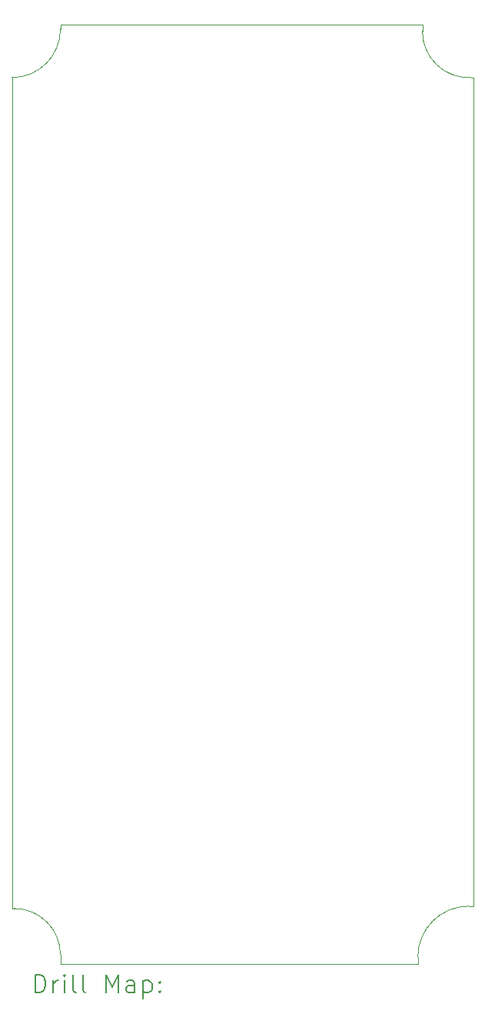
<source format=gbr>
%TF.GenerationSoftware,KiCad,Pcbnew,7.0.10-7.0.10~ubuntu22.04.1*%
%TF.CreationDate,2024-01-09T13:34:05+01:00*%
%TF.ProjectId,pedal,70656461-6c2e-46b6-9963-61645f706362,rev?*%
%TF.SameCoordinates,Original*%
%TF.FileFunction,Drillmap*%
%TF.FilePolarity,Positive*%
%FSLAX45Y45*%
G04 Gerber Fmt 4.5, Leading zero omitted, Abs format (unit mm)*
G04 Created by KiCad (PCBNEW 7.0.10-7.0.10~ubuntu22.04.1) date 2024-01-09 13:34:05*
%MOMM*%
%LPD*%
G01*
G04 APERTURE LIST*
%ADD10C,0.100000*%
%ADD11C,0.200000*%
G04 APERTURE END LIST*
D10*
X5029200Y-14376400D02*
X8966200Y-14376400D01*
X9525000Y-13741400D02*
G75*
G03*
X8966200Y-14300200I0J-558800D01*
G01*
X4495800Y-13766800D02*
X4521200Y-13766800D01*
X9017000Y-4114800D02*
G75*
G03*
X9551700Y-4622098I508000J0D01*
G01*
X9017000Y-4038600D02*
X5029200Y-4038600D01*
X9525000Y-13741400D02*
X9575800Y-13741400D01*
X5029200Y-4089400D02*
X5029200Y-4038600D01*
X9017000Y-4114800D02*
X9017000Y-4038600D01*
X4495800Y-4622800D02*
X4495800Y-13766800D01*
X9575800Y-13741400D02*
X9575800Y-4622800D01*
X9575800Y-4622800D02*
X9551700Y-4622098D01*
X4495800Y-4622800D02*
G75*
G03*
X5029200Y-4089400I0J533400D01*
G01*
X8966200Y-14300200D02*
X8966200Y-14376400D01*
X5029200Y-14274800D02*
G75*
G03*
X4521200Y-13766800I-508000J0D01*
G01*
X5029200Y-14274800D02*
X5029200Y-14376400D01*
D11*
X4751577Y-14692884D02*
X4751577Y-14492884D01*
X4751577Y-14492884D02*
X4799196Y-14492884D01*
X4799196Y-14492884D02*
X4827767Y-14502408D01*
X4827767Y-14502408D02*
X4846815Y-14521455D01*
X4846815Y-14521455D02*
X4856339Y-14540503D01*
X4856339Y-14540503D02*
X4865863Y-14578598D01*
X4865863Y-14578598D02*
X4865863Y-14607169D01*
X4865863Y-14607169D02*
X4856339Y-14645265D01*
X4856339Y-14645265D02*
X4846815Y-14664312D01*
X4846815Y-14664312D02*
X4827767Y-14683360D01*
X4827767Y-14683360D02*
X4799196Y-14692884D01*
X4799196Y-14692884D02*
X4751577Y-14692884D01*
X4951577Y-14692884D02*
X4951577Y-14559550D01*
X4951577Y-14597646D02*
X4961101Y-14578598D01*
X4961101Y-14578598D02*
X4970624Y-14569074D01*
X4970624Y-14569074D02*
X4989672Y-14559550D01*
X4989672Y-14559550D02*
X5008720Y-14559550D01*
X5075386Y-14692884D02*
X5075386Y-14559550D01*
X5075386Y-14492884D02*
X5065863Y-14502408D01*
X5065863Y-14502408D02*
X5075386Y-14511931D01*
X5075386Y-14511931D02*
X5084910Y-14502408D01*
X5084910Y-14502408D02*
X5075386Y-14492884D01*
X5075386Y-14492884D02*
X5075386Y-14511931D01*
X5199196Y-14692884D02*
X5180148Y-14683360D01*
X5180148Y-14683360D02*
X5170624Y-14664312D01*
X5170624Y-14664312D02*
X5170624Y-14492884D01*
X5303958Y-14692884D02*
X5284910Y-14683360D01*
X5284910Y-14683360D02*
X5275386Y-14664312D01*
X5275386Y-14664312D02*
X5275386Y-14492884D01*
X5532529Y-14692884D02*
X5532529Y-14492884D01*
X5532529Y-14492884D02*
X5599196Y-14635741D01*
X5599196Y-14635741D02*
X5665862Y-14492884D01*
X5665862Y-14492884D02*
X5665862Y-14692884D01*
X5846815Y-14692884D02*
X5846815Y-14588122D01*
X5846815Y-14588122D02*
X5837291Y-14569074D01*
X5837291Y-14569074D02*
X5818243Y-14559550D01*
X5818243Y-14559550D02*
X5780148Y-14559550D01*
X5780148Y-14559550D02*
X5761101Y-14569074D01*
X5846815Y-14683360D02*
X5827767Y-14692884D01*
X5827767Y-14692884D02*
X5780148Y-14692884D01*
X5780148Y-14692884D02*
X5761101Y-14683360D01*
X5761101Y-14683360D02*
X5751577Y-14664312D01*
X5751577Y-14664312D02*
X5751577Y-14645265D01*
X5751577Y-14645265D02*
X5761101Y-14626217D01*
X5761101Y-14626217D02*
X5780148Y-14616693D01*
X5780148Y-14616693D02*
X5827767Y-14616693D01*
X5827767Y-14616693D02*
X5846815Y-14607169D01*
X5942053Y-14559550D02*
X5942053Y-14759550D01*
X5942053Y-14569074D02*
X5961101Y-14559550D01*
X5961101Y-14559550D02*
X5999196Y-14559550D01*
X5999196Y-14559550D02*
X6018243Y-14569074D01*
X6018243Y-14569074D02*
X6027767Y-14578598D01*
X6027767Y-14578598D02*
X6037291Y-14597646D01*
X6037291Y-14597646D02*
X6037291Y-14654788D01*
X6037291Y-14654788D02*
X6027767Y-14673836D01*
X6027767Y-14673836D02*
X6018243Y-14683360D01*
X6018243Y-14683360D02*
X5999196Y-14692884D01*
X5999196Y-14692884D02*
X5961101Y-14692884D01*
X5961101Y-14692884D02*
X5942053Y-14683360D01*
X6123005Y-14673836D02*
X6132529Y-14683360D01*
X6132529Y-14683360D02*
X6123005Y-14692884D01*
X6123005Y-14692884D02*
X6113482Y-14683360D01*
X6113482Y-14683360D02*
X6123005Y-14673836D01*
X6123005Y-14673836D02*
X6123005Y-14692884D01*
X6123005Y-14569074D02*
X6132529Y-14578598D01*
X6132529Y-14578598D02*
X6123005Y-14588122D01*
X6123005Y-14588122D02*
X6113482Y-14578598D01*
X6113482Y-14578598D02*
X6123005Y-14569074D01*
X6123005Y-14569074D02*
X6123005Y-14588122D01*
M02*

</source>
